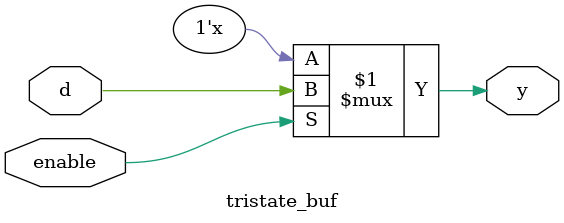
<source format=v>
module tristate_buf(input enable,input d,output y);
assign y=enable ?  d :1'bz;
endmodule

</source>
